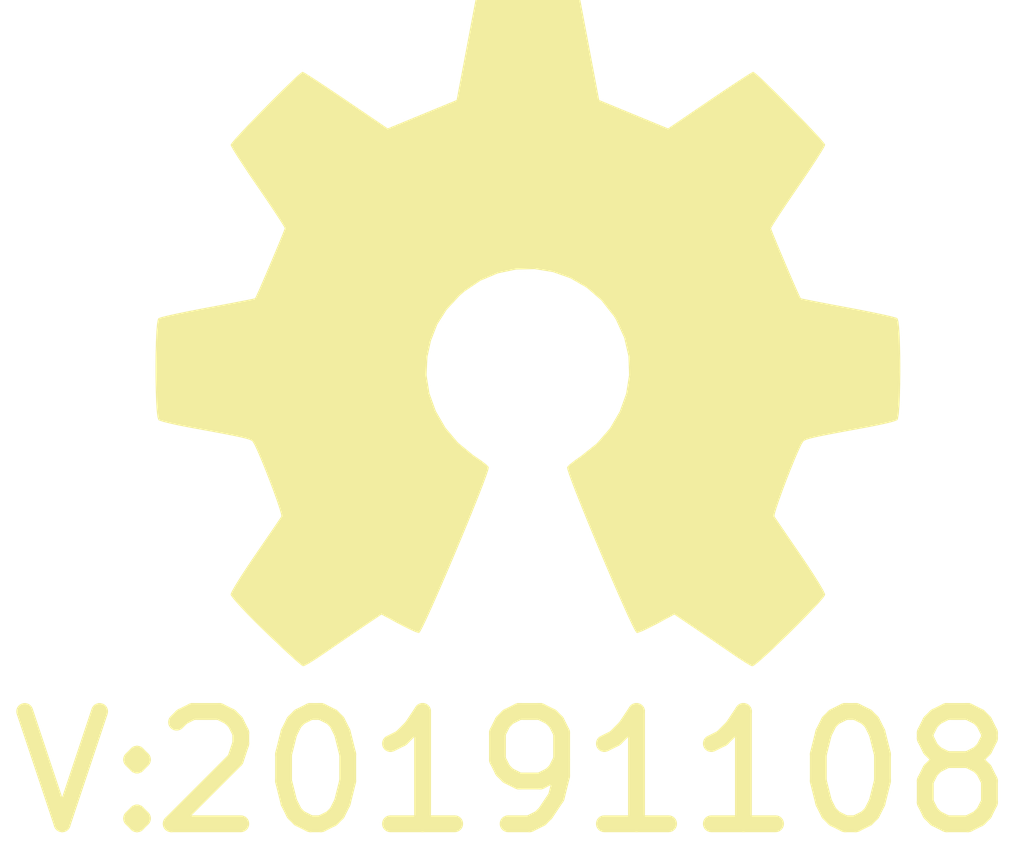
<source format=kicad_pcb>
(kicad_pcb (version 20171130) (host pcbnew 5.1.4-e60b266~84~ubuntu18.04.1)

  (general
    (thickness 1.6)
    (drawings 0)
    (tracks 0)
    (zones 0)
    (modules 2)
    (nets 1)
  )

  (page A4)
  (layers
    (0 F.Cu signal)
    (31 B.Cu signal)
    (32 B.Adhes user)
    (33 F.Adhes user)
    (34 B.Paste user)
    (35 F.Paste user)
    (36 B.SilkS user)
    (37 F.SilkS user)
    (38 B.Mask user)
    (39 F.Mask user)
    (40 Dwgs.User user)
    (41 Cmts.User user)
    (42 Eco1.User user)
    (43 Eco2.User user)
    (44 Edge.Cuts user)
    (45 Margin user)
    (46 B.CrtYd user)
    (47 F.CrtYd user)
    (48 B.Fab user)
    (49 F.Fab user)
  )

  (setup
    (last_trace_width 0.127)
    (user_trace_width 0.15)
    (user_trace_width 0.2)
    (user_trace_width 0.3)
    (user_trace_width 0.4)
    (user_trace_width 0.6)
    (user_trace_width 1)
    (user_trace_width 1.5)
    (user_trace_width 2)
    (trace_clearance 0.127)
    (zone_clearance 0.508)
    (zone_45_only no)
    (trace_min 0.127)
    (via_size 0.6)
    (via_drill 0.3)
    (via_min_size 0.6)
    (via_min_drill 0.3)
    (user_via 0.6 0.3)
    (user_via 0.65 0.4)
    (user_via 0.75 0.6)
    (user_via 0.95 0.8)
    (user_via 1.3 1)
    (user_via 1.5 1.2)
    (user_via 1.7 1.4)
    (user_via 1.9 1.6)
    (uvia_size 0.6)
    (uvia_drill 0.3)
    (uvias_allowed no)
    (uvia_min_size 0.381)
    (uvia_min_drill 0.254)
    (edge_width 0.15)
    (segment_width 0.2)
    (pcb_text_width 0.3)
    (pcb_text_size 1.5 1.5)
    (mod_edge_width 0.15)
    (mod_text_size 1 1)
    (mod_text_width 0.15)
    (pad_size 1.524 1.524)
    (pad_drill 0.762)
    (pad_to_mask_clearance 0.2)
    (aux_axis_origin 0 0)
    (visible_elements FFFFFF7F)
    (pcbplotparams
      (layerselection 0x00030_80000001)
      (usegerberextensions false)
      (usegerberattributes false)
      (usegerberadvancedattributes false)
      (creategerberjobfile false)
      (excludeedgelayer true)
      (linewidth 0.100000)
      (plotframeref false)
      (viasonmask false)
      (mode 1)
      (useauxorigin false)
      (hpglpennumber 1)
      (hpglpenspeed 20)
      (hpglpendiameter 15.000000)
      (psnegative false)
      (psa4output false)
      (plotreference true)
      (plotvalue true)
      (plotinvisibletext false)
      (padsonsilk false)
      (subtractmaskfromsilk false)
      (outputformat 1)
      (mirror false)
      (drillshape 1)
      (scaleselection 1)
      (outputdirectory ""))
  )

  (net 0 "")

  (net_class Default "This is the default net class."
    (clearance 0.127)
    (trace_width 0.127)
    (via_dia 0.6)
    (via_drill 0.3)
    (uvia_dia 0.6)
    (uvia_drill 0.3)
  )

  (module SquantorLabels:Label_version (layer F.Cu) (tedit 5B5A1E49) (tstamp 5DC5530C)
    (at 148 104.9)
    (path /5A1357A5)
    (fp_text reference N2 (at 0 2) (layer F.Fab) hide
      (effects (font (size 1 1) (thickness 0.15)))
    )
    (fp_text value 20191108 (at 0.5 0) (layer F.SilkS)
      (effects (font (size 1 1) (thickness 0.15)))
    )
    (fp_text user V: (at -3.9 0) (layer F.SilkS)
      (effects (font (size 1 1) (thickness 0.15)))
    )
  )

  (module Symbols:OSHW-Symbol_6.7x6mm_SilkScreen (layer F.Cu) (tedit 0) (tstamp 5A135134)
    (at 148 101)
    (descr "Open Source Hardware Symbol")
    (tags "Logo Symbol OSHW")
    (path /5A135869)
    (attr virtual)
    (fp_text reference N1 (at 0 0) (layer F.SilkS) hide
      (effects (font (size 1 1) (thickness 0.15)))
    )
    (fp_text value OHWLOGO (at 0.75 0) (layer F.Fab) hide
      (effects (font (size 1 1) (thickness 0.15)))
    )
    (fp_poly (pts (xy 0.555814 -2.531069) (xy 0.639635 -2.086445) (xy 0.94892 -1.958947) (xy 1.258206 -1.831449)
      (xy 1.629246 -2.083754) (xy 1.733157 -2.154004) (xy 1.827087 -2.216728) (xy 1.906652 -2.269062)
      (xy 1.96747 -2.308143) (xy 2.005157 -2.331107) (xy 2.015421 -2.336058) (xy 2.03391 -2.323324)
      (xy 2.07342 -2.288118) (xy 2.129522 -2.234938) (xy 2.197787 -2.168282) (xy 2.273786 -2.092646)
      (xy 2.353092 -2.012528) (xy 2.431275 -1.932426) (xy 2.503907 -1.856836) (xy 2.566559 -1.790255)
      (xy 2.614803 -1.737182) (xy 2.64421 -1.702113) (xy 2.651241 -1.690377) (xy 2.641123 -1.66874)
      (xy 2.612759 -1.621338) (xy 2.569129 -1.552807) (xy 2.513218 -1.467785) (xy 2.448006 -1.370907)
      (xy 2.410219 -1.31565) (xy 2.341343 -1.214752) (xy 2.28014 -1.123701) (xy 2.229578 -1.04703)
      (xy 2.192628 -0.989272) (xy 2.172258 -0.954957) (xy 2.169197 -0.947746) (xy 2.176136 -0.927252)
      (xy 2.195051 -0.879487) (xy 2.223087 -0.811168) (xy 2.257391 -0.729011) (xy 2.295109 -0.63973)
      (xy 2.333387 -0.550042) (xy 2.36937 -0.466662) (xy 2.400206 -0.396306) (xy 2.423039 -0.34569)
      (xy 2.435017 -0.321529) (xy 2.435724 -0.320578) (xy 2.454531 -0.315964) (xy 2.504618 -0.305672)
      (xy 2.580793 -0.290713) (xy 2.677865 -0.272099) (xy 2.790643 -0.250841) (xy 2.856442 -0.238582)
      (xy 2.97695 -0.215638) (xy 3.085797 -0.193805) (xy 3.177476 -0.174278) (xy 3.246481 -0.158252)
      (xy 3.287304 -0.146921) (xy 3.295511 -0.143326) (xy 3.303548 -0.118994) (xy 3.310033 -0.064041)
      (xy 3.31497 0.015108) (xy 3.318364 0.112026) (xy 3.320218 0.220287) (xy 3.320538 0.333465)
      (xy 3.319327 0.445135) (xy 3.31659 0.548868) (xy 3.312331 0.638241) (xy 3.306555 0.706826)
      (xy 3.299267 0.748197) (xy 3.294895 0.75681) (xy 3.268764 0.767133) (xy 3.213393 0.781892)
      (xy 3.136107 0.799352) (xy 3.04423 0.81778) (xy 3.012158 0.823741) (xy 2.857524 0.852066)
      (xy 2.735375 0.874876) (xy 2.641673 0.89308) (xy 2.572384 0.907583) (xy 2.523471 0.919292)
      (xy 2.490897 0.929115) (xy 2.470628 0.937956) (xy 2.458626 0.946724) (xy 2.456947 0.948457)
      (xy 2.440184 0.976371) (xy 2.414614 1.030695) (xy 2.382788 1.104777) (xy 2.34726 1.191965)
      (xy 2.310583 1.285608) (xy 2.275311 1.379052) (xy 2.243996 1.465647) (xy 2.219193 1.53874)
      (xy 2.203454 1.591678) (xy 2.199332 1.617811) (xy 2.199676 1.618726) (xy 2.213641 1.640086)
      (xy 2.245322 1.687084) (xy 2.291391 1.754827) (xy 2.348518 1.838423) (xy 2.413373 1.932982)
      (xy 2.431843 1.959854) (xy 2.497699 2.057275) (xy 2.55565 2.146163) (xy 2.602538 2.221412)
      (xy 2.635207 2.27792) (xy 2.6505 2.310581) (xy 2.651241 2.314593) (xy 2.638392 2.335684)
      (xy 2.602888 2.377464) (xy 2.549293 2.435445) (xy 2.482171 2.505135) (xy 2.406087 2.582045)
      (xy 2.325604 2.661683) (xy 2.245287 2.739561) (xy 2.169699 2.811186) (xy 2.103405 2.87207)
      (xy 2.050969 2.917721) (xy 2.016955 2.94365) (xy 2.007545 2.947883) (xy 1.985643 2.937912)
      (xy 1.9408 2.91102) (xy 1.880321 2.871736) (xy 1.833789 2.840117) (xy 1.749475 2.782098)
      (xy 1.649626 2.713784) (xy 1.549473 2.645579) (xy 1.495627 2.609075) (xy 1.313371 2.4858)
      (xy 1.160381 2.56852) (xy 1.090682 2.604759) (xy 1.031414 2.632926) (xy 0.991311 2.648991)
      (xy 0.981103 2.651226) (xy 0.968829 2.634722) (xy 0.944613 2.588082) (xy 0.910263 2.515609)
      (xy 0.867588 2.421606) (xy 0.818394 2.310374) (xy 0.76449 2.186215) (xy 0.707684 2.053432)
      (xy 0.649782 1.916327) (xy 0.592593 1.779202) (xy 0.537924 1.646358) (xy 0.487584 1.522098)
      (xy 0.44338 1.410725) (xy 0.407119 1.316539) (xy 0.380609 1.243844) (xy 0.365658 1.196941)
      (xy 0.363254 1.180833) (xy 0.382311 1.160286) (xy 0.424036 1.126933) (xy 0.479706 1.087702)
      (xy 0.484378 1.084599) (xy 0.628264 0.969423) (xy 0.744283 0.835053) (xy 0.83143 0.685784)
      (xy 0.888699 0.525913) (xy 0.915086 0.359737) (xy 0.909585 0.191552) (xy 0.87119 0.025655)
      (xy 0.798895 -0.133658) (xy 0.777626 -0.168513) (xy 0.666996 -0.309263) (xy 0.536302 -0.422286)
      (xy 0.390064 -0.506997) (xy 0.232808 -0.562806) (xy 0.069057 -0.589126) (xy -0.096667 -0.58537)
      (xy -0.259838 -0.55095) (xy -0.415935 -0.485277) (xy -0.560433 -0.387765) (xy -0.605131 -0.348187)
      (xy -0.718888 -0.224297) (xy -0.801782 -0.093876) (xy -0.858644 0.052315) (xy -0.890313 0.197088)
      (xy -0.898131 0.35986) (xy -0.872062 0.52344) (xy -0.814755 0.682298) (xy -0.728856 0.830906)
      (xy -0.617014 0.963735) (xy -0.481877 1.075256) (xy -0.464117 1.087011) (xy -0.40785 1.125508)
      (xy -0.365077 1.158863) (xy -0.344628 1.18016) (xy -0.344331 1.180833) (xy -0.348721 1.203871)
      (xy -0.366124 1.256157) (xy -0.394732 1.33339) (xy -0.432735 1.431268) (xy -0.478326 1.545491)
      (xy -0.529697 1.671758) (xy -0.585038 1.805767) (xy -0.642542 1.943218) (xy -0.700399 2.079808)
      (xy -0.756802 2.211237) (xy -0.809942 2.333205) (xy -0.85801 2.441409) (xy -0.899199 2.531549)
      (xy -0.931699 2.599323) (xy -0.953703 2.64043) (xy -0.962564 2.651226) (xy -0.98964 2.642819)
      (xy -1.040303 2.620272) (xy -1.105817 2.587613) (xy -1.141841 2.56852) (xy -1.294832 2.4858)
      (xy -1.477088 2.609075) (xy -1.570125 2.672228) (xy -1.671985 2.741727) (xy -1.767438 2.807165)
      (xy -1.81525 2.840117) (xy -1.882495 2.885273) (xy -1.939436 2.921057) (xy -1.978646 2.942938)
      (xy -1.991381 2.947563) (xy -2.009917 2.935085) (xy -2.050941 2.900252) (xy -2.110475 2.846678)
      (xy -2.184542 2.777983) (xy -2.269165 2.697781) (xy -2.322685 2.646286) (xy -2.416319 2.554286)
      (xy -2.497241 2.471999) (xy -2.562177 2.402945) (xy -2.607858 2.350644) (xy -2.631011 2.318616)
      (xy -2.633232 2.312116) (xy -2.622924 2.287394) (xy -2.594439 2.237405) (xy -2.550937 2.167212)
      (xy -2.495577 2.081875) (xy -2.43152 1.986456) (xy -2.413303 1.959854) (xy -2.346927 1.863167)
      (xy -2.287378 1.776117) (xy -2.237984 1.703595) (xy -2.202075 1.650493) (xy -2.182981 1.621703)
      (xy -2.181136 1.618726) (xy -2.183895 1.595782) (xy -2.198538 1.545336) (xy -2.222513 1.474041)
      (xy -2.253266 1.388547) (xy -2.288244 1.295507) (xy -2.324893 1.201574) (xy -2.360661 1.113399)
      (xy -2.392994 1.037634) (xy -2.419338 0.980931) (xy -2.437142 0.949943) (xy -2.438407 0.948457)
      (xy -2.449294 0.939601) (xy -2.467682 0.930843) (xy -2.497606 0.921277) (xy -2.543103 0.909996)
      (xy -2.608209 0.896093) (xy -2.696961 0.878663) (xy -2.813393 0.856798) (xy -2.961542 0.829591)
      (xy -2.993618 0.823741) (xy -3.088686 0.805374) (xy -3.171565 0.787405) (xy -3.23493 0.771569)
      (xy -3.271458 0.7596) (xy -3.276356 0.75681) (xy -3.284427 0.732072) (xy -3.290987 0.67679)
      (xy -3.296033 0.597389) (xy -3.299559 0.500296) (xy -3.301561 0.391938) (xy -3.302036 0.27874)
      (xy -3.300977 0.167128) (xy -3.298382 0.063529) (xy -3.294246 -0.025632) (xy -3.288563 -0.093928)
      (xy -3.281331 -0.134934) (xy -3.276971 -0.143326) (xy -3.252698 -0.151792) (xy -3.197426 -0.165565)
      (xy -3.116662 -0.18345) (xy -3.015912 -0.204252) (xy -2.900683 -0.226777) (xy -2.837902 -0.238582)
      (xy -2.718787 -0.260849) (xy -2.612565 -0.281021) (xy -2.524427 -0.298085) (xy -2.459566 -0.311031)
      (xy -2.423174 -0.318845) (xy -2.417184 -0.320578) (xy -2.407061 -0.34011) (xy -2.385662 -0.387157)
      (xy -2.355839 -0.454997) (xy -2.320445 -0.536909) (xy -2.282332 -0.626172) (xy -2.244353 -0.716065)
      (xy -2.20936 -0.799865) (xy -2.180206 -0.870853) (xy -2.159743 -0.922306) (xy -2.150823 -0.947503)
      (xy -2.150657 -0.948604) (xy -2.160769 -0.968481) (xy -2.189117 -1.014223) (xy -2.232723 -1.081283)
      (xy -2.288606 -1.165116) (xy -2.353787 -1.261174) (xy -2.391679 -1.31635) (xy -2.460725 -1.417519)
      (xy -2.52205 -1.50937) (xy -2.572663 -1.587256) (xy -2.609571 -1.646531) (xy -2.629782 -1.682549)
      (xy -2.632701 -1.690623) (xy -2.620153 -1.709416) (xy -2.585463 -1.749543) (xy -2.533063 -1.806507)
      (xy -2.467384 -1.875815) (xy -2.392856 -1.952969) (xy -2.313913 -2.033475) (xy -2.234983 -2.112837)
      (xy -2.1605 -2.18656) (xy -2.094894 -2.250148) (xy -2.042596 -2.299106) (xy -2.008039 -2.328939)
      (xy -1.996478 -2.336058) (xy -1.977654 -2.326047) (xy -1.932631 -2.297922) (xy -1.865787 -2.254546)
      (xy -1.781499 -2.198782) (xy -1.684144 -2.133494) (xy -1.610707 -2.083754) (xy -1.239667 -1.831449)
      (xy -0.621095 -2.086445) (xy -0.537275 -2.531069) (xy -0.453454 -2.975693) (xy 0.471994 -2.975693)
      (xy 0.555814 -2.531069)) (layer F.SilkS) (width 0.01))
  )

)

</source>
